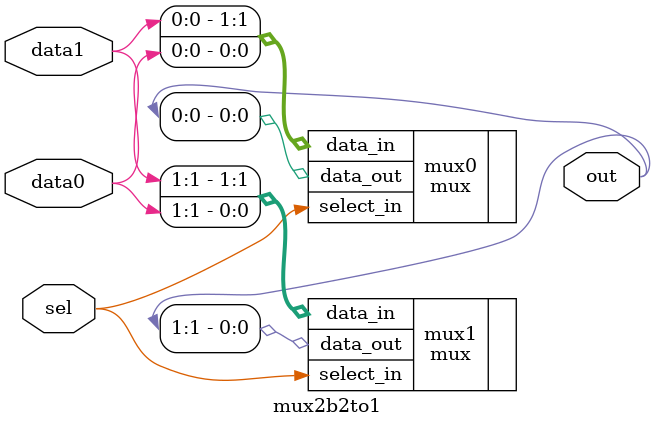
<source format=v>
module mux2b2to1(
        input [1:0] data0, data1,
        input sel,
        output [1:0] out
    );
    
mux #(2, 1) mux0(
    .data_in({data1[0], data0[0]}),
    .select_in(sel),
    .data_out(out[0])
);

mux #(2, 1) mux1(
    .data_in({data1[1], data0[1]}),
    .select_in(sel),
    .data_out(out[1])
);
    
endmodule

</source>
